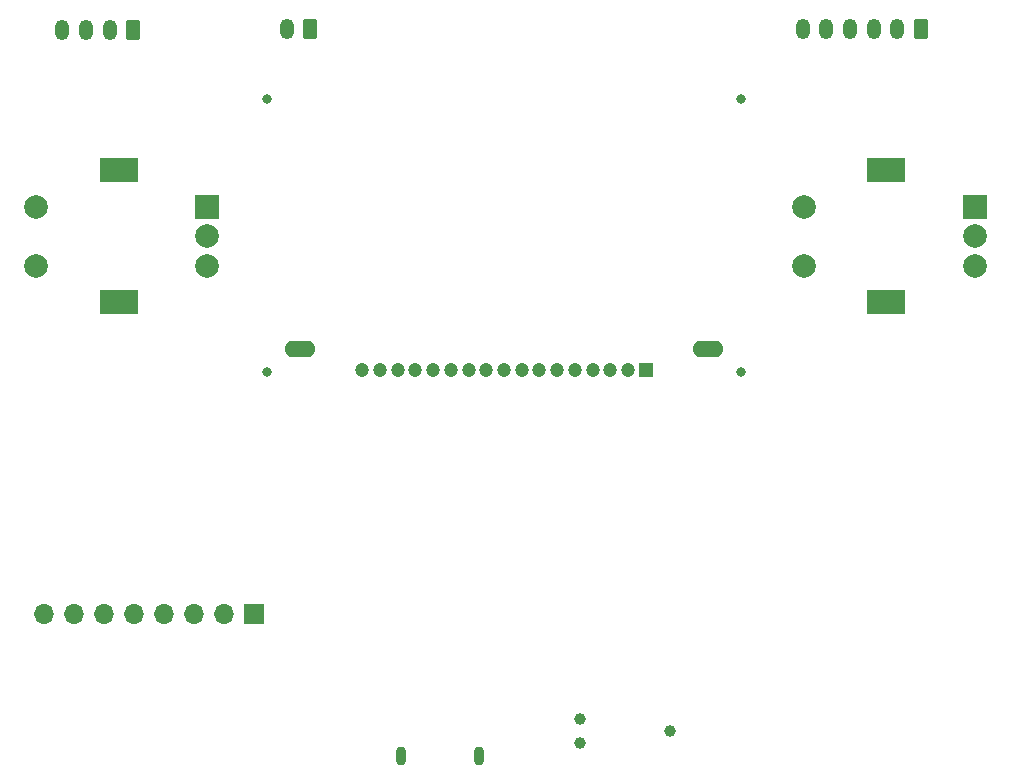
<source format=gbr>
%TF.GenerationSoftware,KiCad,Pcbnew,8.0.6-8.0.6-0~ubuntu24.04.1*%
%TF.CreationDate,2024-11-23T19:36:30-06:00*%
%TF.ProjectId,FRCMotorTester,4652434d-6f74-46f7-9254-65737465722e,rev?*%
%TF.SameCoordinates,Original*%
%TF.FileFunction,Soldermask,Bot*%
%TF.FilePolarity,Negative*%
%FSLAX46Y46*%
G04 Gerber Fmt 4.6, Leading zero omitted, Abs format (unit mm)*
G04 Created by KiCad (PCBNEW 8.0.6-8.0.6-0~ubuntu24.04.1) date 2024-11-23 19:36:30*
%MOMM*%
%LPD*%
G01*
G04 APERTURE LIST*
G04 Aperture macros list*
%AMRoundRect*
0 Rectangle with rounded corners*
0 $1 Rounding radius*
0 $2 $3 $4 $5 $6 $7 $8 $9 X,Y pos of 4 corners*
0 Add a 4 corners polygon primitive as box body*
4,1,4,$2,$3,$4,$5,$6,$7,$8,$9,$2,$3,0*
0 Add four circle primitives for the rounded corners*
1,1,$1+$1,$2,$3*
1,1,$1+$1,$4,$5*
1,1,$1+$1,$6,$7*
1,1,$1+$1,$8,$9*
0 Add four rect primitives between the rounded corners*
20,1,$1+$1,$2,$3,$4,$5,0*
20,1,$1+$1,$4,$5,$6,$7,0*
20,1,$1+$1,$6,$7,$8,$9,0*
20,1,$1+$1,$8,$9,$2,$3,0*%
G04 Aperture macros list end*
%ADD10RoundRect,0.250000X0.350000X0.625000X-0.350000X0.625000X-0.350000X-0.625000X0.350000X-0.625000X0*%
%ADD11O,1.200000X1.750000*%
%ADD12O,0.900000X1.600000*%
%ADD13C,0.990600*%
%ADD14R,1.700000X1.700000*%
%ADD15O,1.700000X1.700000*%
%ADD16O,2.620000X1.412000*%
%ADD17C,1.204000*%
%ADD18RoundRect,0.102000X0.500000X0.500000X-0.500000X0.500000X-0.500000X-0.500000X0.500000X-0.500000X0*%
%ADD19C,0.800000*%
%ADD20C,2.000000*%
%ADD21R,3.200000X2.000000*%
%ADD22R,2.000000X2.000000*%
G04 APERTURE END LIST*
D10*
%TO.C,J3*%
X167687000Y-43450000D03*
D11*
X165687000Y-43450000D03*
X163687000Y-43450000D03*
X161687000Y-43450000D03*
X159687000Y-43450000D03*
X157687000Y-43450000D03*
%TD*%
%TO.C,J2*%
X114000000Y-43450000D03*
D10*
X116000000Y-43450000D03*
%TD*%
%TO.C,J10*%
X101000000Y-43550000D03*
D11*
X99000000Y-43550000D03*
X97000000Y-43550000D03*
X95000000Y-43550000D03*
%TD*%
D12*
%TO.C,J1*%
X123700000Y-105000000D03*
X130300000Y-105000000D03*
%TD*%
D13*
%TO.C,J7*%
X138790000Y-101884000D03*
X138790000Y-103916000D03*
X146410000Y-102900000D03*
%TD*%
D14*
%TO.C,J9*%
X111200000Y-93000000D03*
D15*
X108660000Y-93000000D03*
X106120000Y-93000000D03*
X103580000Y-93000000D03*
X101040000Y-93000000D03*
X98500000Y-93000000D03*
X95960000Y-93000000D03*
X93420000Y-93000000D03*
%TD*%
D16*
%TO.C,DS1*%
X115088500Y-70560000D03*
X149688500Y-70560000D03*
D17*
X120388500Y-72360000D03*
X121888500Y-72360000D03*
X123388500Y-72360000D03*
X124888500Y-72360000D03*
X126388500Y-72360000D03*
X127888500Y-72360000D03*
X129388500Y-72360000D03*
X130888500Y-72360000D03*
X132388500Y-72360000D03*
X133888500Y-72360000D03*
X135388500Y-72360000D03*
X136888500Y-72360000D03*
X138388500Y-72360000D03*
X139888500Y-72360000D03*
X141388500Y-72360000D03*
X142888500Y-72360000D03*
D18*
X144388500Y-72360000D03*
D19*
X112288500Y-49410000D03*
X112288500Y-72510000D03*
X152488500Y-49410000D03*
X152488500Y-72510000D03*
%TD*%
D20*
%TO.C,SW3*%
X157750000Y-58500000D03*
X157750000Y-63500000D03*
D21*
X164750000Y-55400000D03*
X164750000Y-66600000D03*
D20*
X172250000Y-61000000D03*
X172250000Y-63500000D03*
D22*
X172250000Y-58500000D03*
%TD*%
D20*
%TO.C,SW2*%
X92750000Y-58500000D03*
X92750000Y-63500000D03*
D21*
X99750000Y-55400000D03*
X99750000Y-66600000D03*
D20*
X107250000Y-61000000D03*
X107250000Y-63500000D03*
D22*
X107250000Y-58500000D03*
%TD*%
M02*

</source>
